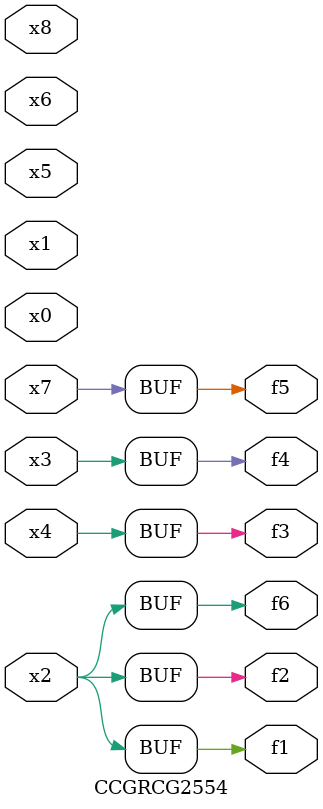
<source format=v>
module CCGRCG2554(
	input x0, x1, x2, x3, x4, x5, x6, x7, x8,
	output f1, f2, f3, f4, f5, f6
);
	assign f1 = x2;
	assign f2 = x2;
	assign f3 = x4;
	assign f4 = x3;
	assign f5 = x7;
	assign f6 = x2;
endmodule

</source>
